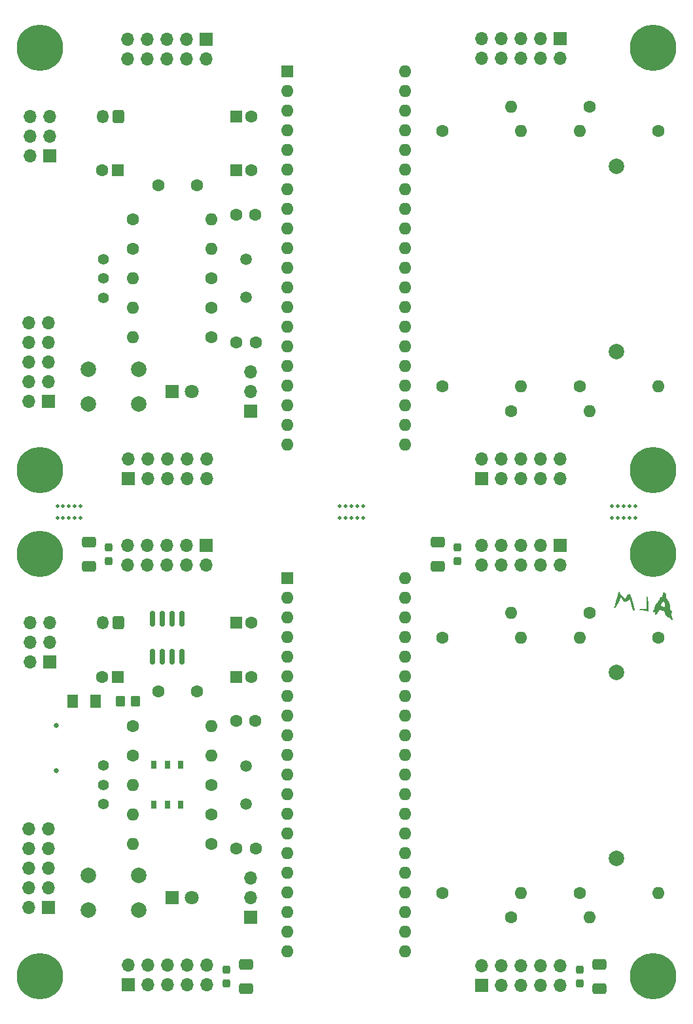
<source format=gbr>
%TF.GenerationSoftware,KiCad,Pcbnew,(6.0.4)*%
%TF.CreationDate,2023-01-10T10:28:08+00:00*%
%TF.ProjectId,il-flatto,696c2d66-6c61-4747-946f-2e6b69636164,rev?*%
%TF.SameCoordinates,Original*%
%TF.FileFunction,Soldermask,Bot*%
%TF.FilePolarity,Negative*%
%FSLAX46Y46*%
G04 Gerber Fmt 4.6, Leading zero omitted, Abs format (unit mm)*
G04 Created by KiCad (PCBNEW (6.0.4)) date 2023-01-10 10:28:08*
%MOMM*%
%LPD*%
G01*
G04 APERTURE LIST*
G04 Aperture macros list*
%AMRoundRect*
0 Rectangle with rounded corners*
0 $1 Rounding radius*
0 $2 $3 $4 $5 $6 $7 $8 $9 X,Y pos of 4 corners*
0 Add a 4 corners polygon primitive as box body*
4,1,4,$2,$3,$4,$5,$6,$7,$8,$9,$2,$3,0*
0 Add four circle primitives for the rounded corners*
1,1,$1+$1,$2,$3*
1,1,$1+$1,$4,$5*
1,1,$1+$1,$6,$7*
1,1,$1+$1,$8,$9*
0 Add four rect primitives between the rounded corners*
20,1,$1+$1,$2,$3,$4,$5,0*
20,1,$1+$1,$4,$5,$6,$7,0*
20,1,$1+$1,$6,$7,$8,$9,0*
20,1,$1+$1,$8,$9,$2,$3,0*%
G04 Aperture macros list end*
%ADD10C,1.600000*%
%ADD11O,1.600000X1.600000*%
%ADD12C,6.000000*%
%ADD13R,1.600000X1.600000*%
%ADD14R,1.700000X1.700000*%
%ADD15O,1.700000X1.700000*%
%ADD16C,1.500000*%
%ADD17C,0.650000*%
%ADD18C,1.397000*%
%ADD19C,2.000000*%
%ADD20C,0.500000*%
%ADD21R,1.800000X1.800000*%
%ADD22C,1.800000*%
%ADD23RoundRect,0.312500X0.437500X0.562500X-0.437500X0.562500X-0.437500X-0.562500X0.437500X-0.562500X0*%
%ADD24O,1.500000X1.750000*%
%ADD25RoundRect,0.237500X-0.237500X0.300000X-0.237500X-0.300000X0.237500X-0.300000X0.237500X0.300000X0*%
%ADD26R,0.762000X1.117600*%
%ADD27RoundRect,0.250001X-0.462499X-0.624999X0.462499X-0.624999X0.462499X0.624999X-0.462499X0.624999X0*%
%ADD28RoundRect,0.237500X0.237500X-0.300000X0.237500X0.300000X-0.237500X0.300000X-0.237500X-0.300000X0*%
%ADD29RoundRect,0.250000X0.650000X-0.412500X0.650000X0.412500X-0.650000X0.412500X-0.650000X-0.412500X0*%
%ADD30RoundRect,0.250000X-0.650000X0.412500X-0.650000X-0.412500X0.650000X-0.412500X0.650000X0.412500X0*%
%ADD31RoundRect,0.250000X0.350000X0.450000X-0.350000X0.450000X-0.350000X-0.450000X0.350000X-0.450000X0*%
%ADD32RoundRect,0.150000X0.150000X-0.825000X0.150000X0.825000X-0.150000X0.825000X-0.150000X-0.825000X0*%
G04 APERTURE END LIST*
%TO.C,G\u002A\u002A\u002A*%
G36*
X244796257Y-106510761D02*
G01*
X244796805Y-106581884D01*
X244796742Y-106674333D01*
X244796710Y-106703076D01*
X244796997Y-106783942D01*
X244797793Y-106855580D01*
X244799019Y-106913858D01*
X244800597Y-106954643D01*
X244802448Y-106973800D01*
X244812041Y-106991556D01*
X244824073Y-106995255D01*
X244829355Y-106980241D01*
X244829320Y-106979028D01*
X244829693Y-106954220D01*
X244831196Y-106919059D01*
X244831232Y-106918396D01*
X244833857Y-106890281D01*
X244839460Y-106884377D01*
X244851239Y-106897193D01*
X244868675Y-106929613D01*
X244878587Y-106970092D01*
X244877795Y-107006603D01*
X244865319Y-107029914D01*
X244863226Y-107031482D01*
X244852439Y-107045191D01*
X244864360Y-107053740D01*
X244900437Y-107058300D01*
X244924678Y-107056074D01*
X244935858Y-107042038D01*
X244936838Y-107034300D01*
X244948349Y-107015902D01*
X244948921Y-107015576D01*
X244962392Y-107020660D01*
X244976141Y-107045283D01*
X244988288Y-107083585D01*
X244996954Y-107129708D01*
X245000260Y-107177790D01*
X245000007Y-107198939D01*
X244996020Y-107238302D01*
X244984405Y-107267365D01*
X244961619Y-107297061D01*
X244949555Y-107311700D01*
X244928702Y-107350030D01*
X244922978Y-107394958D01*
X244923200Y-107404931D01*
X244927959Y-107445408D01*
X244936969Y-107474988D01*
X244943179Y-107495492D01*
X244948519Y-107535641D01*
X244950330Y-107583161D01*
X244951521Y-107622935D01*
X244955763Y-107656914D01*
X244962100Y-107672855D01*
X244970535Y-107687850D01*
X244974499Y-107716927D01*
X244979642Y-107751499D01*
X244993740Y-107790229D01*
X245007304Y-107829521D01*
X245013061Y-107872896D01*
X245014688Y-107894060D01*
X245027758Y-107927182D01*
X245058272Y-107962414D01*
X245063988Y-107968092D01*
X245091311Y-108002880D01*
X245096348Y-108028387D01*
X245095644Y-108042568D01*
X245111673Y-108063140D01*
X245117452Y-108066623D01*
X245126792Y-108077642D01*
X245126076Y-108096655D01*
X245115785Y-108131718D01*
X245110445Y-108147187D01*
X245096316Y-108181611D01*
X245084690Y-108201923D01*
X245077895Y-108206922D01*
X245046351Y-108209512D01*
X244997247Y-108195924D01*
X244932114Y-108166511D01*
X244916823Y-108161494D01*
X244893473Y-108163639D01*
X244887034Y-108166676D01*
X244887393Y-108162093D01*
X244888544Y-108158408D01*
X244880154Y-108139826D01*
X244858412Y-108114835D01*
X244849822Y-108106342D01*
X244828480Y-108082040D01*
X244819935Y-108066846D01*
X244819868Y-108066214D01*
X244811202Y-108049655D01*
X244790829Y-108019595D01*
X244762809Y-107982059D01*
X244726059Y-107940045D01*
X244687420Y-107904661D01*
X244651718Y-107879482D01*
X244623480Y-107867695D01*
X244607232Y-107872490D01*
X244591300Y-107883069D01*
X244558088Y-107882037D01*
X244515500Y-107865929D01*
X244515273Y-107865812D01*
X244483522Y-107854215D01*
X244458837Y-107853037D01*
X244438688Y-107847674D01*
X244416247Y-107820670D01*
X244413750Y-107816546D01*
X244395809Y-107792046D01*
X244382740Y-107782041D01*
X244380594Y-107781798D01*
X244358951Y-107768930D01*
X244326714Y-107739293D01*
X244287323Y-107696778D01*
X244244220Y-107645276D01*
X244200845Y-107588677D01*
X244160639Y-107530874D01*
X244137209Y-107494944D01*
X244108633Y-107449066D01*
X244090510Y-107414693D01*
X244080328Y-107385724D01*
X244075579Y-107356053D01*
X244073751Y-107319576D01*
X244073005Y-107302399D01*
X244062995Y-107235757D01*
X244039929Y-107177995D01*
X244029194Y-107156404D01*
X244014314Y-107119918D01*
X244008475Y-107095275D01*
X244007725Y-107089835D01*
X243994773Y-107063371D01*
X243970825Y-107033991D01*
X243957196Y-107020963D01*
X243937945Y-107007378D01*
X243914423Y-106999933D01*
X243879469Y-106996748D01*
X243825921Y-106995943D01*
X243758698Y-106993963D01*
X243685441Y-106989149D01*
X243622065Y-106982544D01*
X243567389Y-106975889D01*
X243500571Y-106969079D01*
X243443581Y-106964555D01*
X243424722Y-106963441D01*
X243386770Y-106962847D01*
X243361510Y-106968631D01*
X243339401Y-106984304D01*
X243310900Y-107013375D01*
X243293113Y-107033599D01*
X243257304Y-107081027D01*
X243229562Y-107125953D01*
X243218439Y-107146133D01*
X243196413Y-107180546D01*
X243178791Y-107201516D01*
X243175094Y-107205175D01*
X243158538Y-107232270D01*
X243144906Y-107269008D01*
X243142551Y-107277056D01*
X243126997Y-107315074D01*
X243109393Y-107342002D01*
X243101817Y-107350364D01*
X243077865Y-107380399D01*
X243051868Y-107416428D01*
X243041165Y-107431458D01*
X242987803Y-107491291D01*
X242931143Y-107533056D01*
X242874827Y-107554575D01*
X242822497Y-107553669D01*
X242798428Y-107537759D01*
X242780162Y-107501656D01*
X242772377Y-107451594D01*
X242775831Y-107392982D01*
X242791284Y-107331229D01*
X242793706Y-107324333D01*
X242806108Y-107286222D01*
X242808214Y-107270158D01*
X242799438Y-107274515D01*
X242779194Y-107297668D01*
X242752070Y-107322858D01*
X242728136Y-107327053D01*
X242711227Y-107314940D01*
X242710980Y-107297045D01*
X242732723Y-107283597D01*
X242735004Y-107282920D01*
X242758077Y-107268594D01*
X242777849Y-107246125D01*
X242788689Y-107223559D01*
X242784967Y-107208942D01*
X242772073Y-107207117D01*
X242746691Y-107215045D01*
X242733654Y-107218665D01*
X242696266Y-107217035D01*
X242648629Y-107206263D01*
X242598790Y-107188425D01*
X242554798Y-107165593D01*
X242554654Y-107165500D01*
X242535602Y-107149355D01*
X242529027Y-107128129D01*
X242531828Y-107091870D01*
X242539501Y-107052039D01*
X242562713Y-106989328D01*
X242601789Y-106926110D01*
X242660026Y-106856329D01*
X242680871Y-106833114D01*
X242711909Y-106794447D01*
X242727029Y-106766976D01*
X242728648Y-106746846D01*
X242728362Y-106725305D01*
X242740417Y-106694553D01*
X242746965Y-106685077D01*
X242751382Y-106666425D01*
X242736841Y-106645343D01*
X242730236Y-106636996D01*
X242717676Y-106600863D01*
X242723546Y-106554269D01*
X242748337Y-106495248D01*
X242792540Y-106421836D01*
X242820141Y-106379737D01*
X242847372Y-106335599D01*
X242859934Y-106310506D01*
X242858266Y-106303516D01*
X242842806Y-106313684D01*
X242841985Y-106314362D01*
X242827148Y-106323021D01*
X242823485Y-106311919D01*
X242829596Y-106298746D01*
X242832561Y-106295718D01*
X243576761Y-106295718D01*
X243582239Y-106322139D01*
X243601881Y-106348604D01*
X243604832Y-106351888D01*
X243624220Y-106381636D01*
X243628036Y-106405324D01*
X243628834Y-106418998D01*
X243645437Y-106428287D01*
X243682861Y-106435640D01*
X243699101Y-106438389D01*
X243745920Y-106449390D01*
X243783069Y-106462081D01*
X243814620Y-106472543D01*
X243862010Y-106483799D01*
X243914340Y-106493168D01*
X243916942Y-106493554D01*
X243971876Y-106501455D01*
X244006306Y-106505418D01*
X244024999Y-106505476D01*
X244032721Y-106501661D01*
X244034236Y-106494008D01*
X244042329Y-106476873D01*
X244062194Y-106453169D01*
X244076176Y-106437615D01*
X244083530Y-106420136D01*
X244082467Y-106394916D01*
X244074004Y-106353347D01*
X244067815Y-106317484D01*
X244060891Y-106259667D01*
X244054900Y-106191738D01*
X244050682Y-106122021D01*
X244049106Y-106088345D01*
X244045769Y-106031726D01*
X244041873Y-105994523D01*
X244036576Y-105972395D01*
X244029031Y-105960999D01*
X244018395Y-105955993D01*
X244000626Y-105944704D01*
X243999170Y-105918620D01*
X243996814Y-105890468D01*
X243972829Y-105862464D01*
X243935801Y-105841360D01*
X243902862Y-105841018D01*
X243879137Y-105863871D01*
X243866104Y-105879276D01*
X243846957Y-105883778D01*
X243845373Y-105883299D01*
X243825203Y-105889728D01*
X243802620Y-105911331D01*
X243784227Y-105940171D01*
X243776629Y-105968309D01*
X243765654Y-105990846D01*
X243730323Y-106012338D01*
X243702005Y-106026266D01*
X243690071Y-106041497D01*
X243692197Y-106064273D01*
X243693569Y-106070224D01*
X243692643Y-106093041D01*
X243674101Y-106103732D01*
X243658856Y-106112087D01*
X243647826Y-106135117D01*
X243646990Y-106142150D01*
X243636390Y-106172384D01*
X243617507Y-106207677D01*
X243611069Y-106217990D01*
X243586140Y-106263087D01*
X243576761Y-106295718D01*
X242832561Y-106295718D01*
X242848505Y-106279435D01*
X242870765Y-106264159D01*
X242886549Y-106260872D01*
X242886723Y-106260922D01*
X242894267Y-106250363D01*
X242908569Y-106222553D01*
X242926838Y-106183734D01*
X242946287Y-106140148D01*
X242964126Y-106098035D01*
X242977565Y-106063637D01*
X242983817Y-106043197D01*
X242985101Y-106039226D01*
X243001897Y-106019186D01*
X243030970Y-105998116D01*
X243062374Y-105979015D01*
X243114003Y-105942565D01*
X243146855Y-105911314D01*
X243158373Y-105887483D01*
X243159297Y-105882491D01*
X243174790Y-105860781D01*
X243203338Y-105838887D01*
X243235206Y-105815245D01*
X243262924Y-105786186D01*
X243282207Y-105757548D01*
X243289377Y-105734815D01*
X243280756Y-105723468D01*
X243276783Y-105722536D01*
X243268116Y-105715950D01*
X243279837Y-105700928D01*
X243298482Y-105685863D01*
X243309079Y-105684350D01*
X243304785Y-105698648D01*
X243303814Y-105700286D01*
X243301245Y-105708287D01*
X243314915Y-105698722D01*
X243329517Y-105679492D01*
X243349707Y-105640262D01*
X243371697Y-105588631D01*
X243393047Y-105531202D01*
X243411317Y-105474583D01*
X243424068Y-105425376D01*
X243428860Y-105390190D01*
X243431933Y-105373346D01*
X243448181Y-105347659D01*
X243458414Y-105336455D01*
X243467501Y-105313881D01*
X243467710Y-105311596D01*
X243481786Y-105299915D01*
X243519023Y-105296138D01*
X243530572Y-105295810D01*
X243559117Y-105291323D01*
X243570544Y-105283258D01*
X243575766Y-105275617D01*
X243597151Y-105270377D01*
X243618619Y-105268012D01*
X243663509Y-105249332D01*
X243699820Y-105217405D01*
X243718960Y-105178696D01*
X243723777Y-105160967D01*
X243733196Y-105143052D01*
X243736867Y-105142723D01*
X243734004Y-105157675D01*
X243730600Y-105170272D01*
X243732410Y-105180215D01*
X243735712Y-105178344D01*
X243747371Y-105159840D01*
X243761244Y-105128448D01*
X243774116Y-105092745D01*
X243782768Y-105061307D01*
X243783984Y-105042712D01*
X243783318Y-105033984D01*
X243797222Y-105025651D01*
X243810512Y-105019352D01*
X243807962Y-104996671D01*
X243800700Y-104977449D01*
X243790993Y-104961250D01*
X243786160Y-104953721D01*
X243781731Y-104923558D01*
X243783610Y-104879197D01*
X243790708Y-104827549D01*
X243801939Y-104775520D01*
X243816214Y-104730020D01*
X243832446Y-104697957D01*
X243837861Y-104692250D01*
X243866040Y-104677012D01*
X243904951Y-104666196D01*
X243945932Y-104661089D01*
X243980321Y-104662977D01*
X243999455Y-104673147D01*
X244014136Y-104684560D01*
X244043147Y-104690763D01*
X244052090Y-104692016D01*
X244087058Y-104708098D01*
X244134336Y-104740929D01*
X244190881Y-104788238D01*
X244253649Y-104847756D01*
X244292666Y-104886774D01*
X244283227Y-105030274D01*
X244280294Y-105076482D01*
X244275576Y-105169184D01*
X244274421Y-105242089D01*
X244277399Y-105299282D01*
X244285079Y-105344848D01*
X244298027Y-105382873D01*
X244316815Y-105417442D01*
X244342008Y-105452641D01*
X244380482Y-105504932D01*
X244431234Y-105582733D01*
X244470135Y-105653567D01*
X244487275Y-105673770D01*
X244516529Y-105693541D01*
X244520822Y-105695886D01*
X244550917Y-105723807D01*
X244575901Y-105764834D01*
X244582890Y-105780147D01*
X244598716Y-105811518D01*
X244609559Y-105828527D01*
X244611986Y-105831799D01*
X244622980Y-105857341D01*
X244636807Y-105900655D01*
X244651735Y-105955951D01*
X244666035Y-106017436D01*
X244670099Y-106033827D01*
X244682657Y-106068515D01*
X244695654Y-106088278D01*
X244699084Y-106091646D01*
X244712333Y-106116730D01*
X244722501Y-106152680D01*
X244722935Y-106154933D01*
X244732487Y-106194354D01*
X244747441Y-106246530D01*
X244764757Y-106300803D01*
X244771077Y-106319831D01*
X244780371Y-106350839D01*
X244787156Y-106381002D01*
X244791812Y-106414754D01*
X244792187Y-106420136D01*
X244794719Y-106456529D01*
X244796257Y-106510761D01*
G37*
G36*
X238321812Y-105463582D02*
G01*
X238328119Y-105465036D01*
X238339271Y-105480709D01*
X238339777Y-105503696D01*
X238328252Y-105521544D01*
X238320330Y-105520793D01*
X238315371Y-105502983D01*
X238315185Y-105495606D01*
X238310287Y-105477483D01*
X238300021Y-105481799D01*
X238286101Y-105506748D01*
X238270242Y-105550525D01*
X238258616Y-105583189D01*
X238240125Y-105622997D01*
X238223112Y-105647895D01*
X238220848Y-105650132D01*
X238205902Y-105673372D01*
X238212302Y-105686878D01*
X238238294Y-105686227D01*
X238255252Y-105686437D01*
X238257251Y-105698632D01*
X238244066Y-105718231D01*
X238217687Y-105740034D01*
X238196501Y-105759521D01*
X238186568Y-105781247D01*
X238182928Y-105795462D01*
X238165044Y-105817810D01*
X238152709Y-105829441D01*
X238140563Y-105851430D01*
X238133557Y-105876134D01*
X238112778Y-105922345D01*
X238083471Y-105972355D01*
X238057881Y-106012715D01*
X238038923Y-106048310D01*
X238033967Y-106069278D01*
X238041816Y-106078668D01*
X238043007Y-106079100D01*
X238056242Y-106093467D01*
X238054785Y-106111570D01*
X238039389Y-106120479D01*
X238028929Y-106117091D01*
X238015681Y-106097938D01*
X238011778Y-106091242D01*
X238001224Y-106100361D01*
X237984356Y-106133359D01*
X237976694Y-106149934D01*
X237957607Y-106186656D01*
X237933448Y-106226260D01*
X237900568Y-106274508D01*
X237855317Y-106337166D01*
X237849511Y-106345499D01*
X237819387Y-106402892D01*
X237799570Y-106464641D01*
X237796087Y-106479655D01*
X237778049Y-106530152D01*
X237755363Y-106563521D01*
X237737968Y-106579561D01*
X237687675Y-106624674D01*
X237650309Y-106654290D01*
X237621529Y-106670290D01*
X237596995Y-106674555D01*
X237572366Y-106668965D01*
X237543302Y-106655400D01*
X237524481Y-106643360D01*
X237508543Y-106620166D01*
X237501134Y-106581338D01*
X237499845Y-106565036D01*
X237502042Y-106533915D01*
X237514706Y-106505320D01*
X237541605Y-106468775D01*
X237560748Y-106445242D01*
X237588814Y-106411907D01*
X237608518Y-106389929D01*
X237611325Y-106386594D01*
X237622980Y-106359524D01*
X237632277Y-106311958D01*
X237639767Y-106241278D01*
X237642422Y-106206726D01*
X237645732Y-106155314D01*
X237647408Y-106116640D01*
X237647120Y-106097162D01*
X237647737Y-106078837D01*
X237657844Y-106037140D01*
X237677253Y-105981778D01*
X237704273Y-105918048D01*
X237714238Y-105893501D01*
X237731808Y-105835423D01*
X237741768Y-105781293D01*
X237741885Y-105780108D01*
X237750843Y-105725376D01*
X237765198Y-105674163D01*
X237782417Y-105633853D01*
X237799963Y-105611827D01*
X237808531Y-105598224D01*
X237813039Y-105569999D01*
X237817225Y-105532184D01*
X237836643Y-105464969D01*
X238096406Y-105464969D01*
X238099082Y-105482502D01*
X238112729Y-105495611D01*
X238132985Y-105486253D01*
X238141931Y-105474882D01*
X238146405Y-105450425D01*
X238129866Y-105433647D01*
X238122164Y-105431338D01*
X238102804Y-105437068D01*
X238096406Y-105464969D01*
X237836643Y-105464969D01*
X237836815Y-105464374D01*
X237872650Y-105377589D01*
X237882458Y-105354353D01*
X237902796Y-105296391D01*
X237917295Y-105242345D01*
X237923375Y-105216709D01*
X237936568Y-105174259D01*
X237949577Y-105145226D01*
X237950710Y-105143294D01*
X237961563Y-105114443D01*
X237972838Y-105069834D01*
X237982266Y-105018276D01*
X237988481Y-104972406D01*
X237990793Y-104938051D01*
X237987698Y-104918562D01*
X237979032Y-104908362D01*
X237968927Y-104898821D01*
X237976242Y-104887059D01*
X237988660Y-104871299D01*
X238000209Y-104841856D01*
X238009268Y-104816002D01*
X238020551Y-104799364D01*
X238026865Y-104791216D01*
X238032004Y-104766834D01*
X238035548Y-104747348D01*
X238046741Y-104712578D01*
X238062939Y-104670568D01*
X238081414Y-104627620D01*
X238099436Y-104590036D01*
X238114279Y-104564117D01*
X238123212Y-104556166D01*
X238128748Y-104556405D01*
X238139733Y-104542565D01*
X238145333Y-104533736D01*
X238166843Y-104523319D01*
X238175596Y-104525400D01*
X238185354Y-104543078D01*
X238186108Y-104581740D01*
X238186211Y-104584292D01*
X238198353Y-104602440D01*
X238221591Y-104616479D01*
X238243573Y-104618506D01*
X238256444Y-104616968D01*
X238263850Y-104632184D01*
X238261644Y-104642629D01*
X238249906Y-104645024D01*
X238247853Y-104644137D01*
X238246486Y-104652365D01*
X238256346Y-104675825D01*
X238257053Y-104677205D01*
X238271099Y-104711190D01*
X238277140Y-104738424D01*
X238277245Y-104740790D01*
X238286559Y-104770393D01*
X238305492Y-104795861D01*
X238326452Y-104806686D01*
X238336169Y-104814902D01*
X238341132Y-104839291D01*
X238345613Y-104862114D01*
X238359861Y-104879083D01*
X238367259Y-104884338D01*
X238386304Y-104908274D01*
X238406091Y-104943080D01*
X238411294Y-104953317D01*
X238435037Y-104987736D01*
X238456834Y-104999891D01*
X238463079Y-105000948D01*
X238490610Y-105016427D01*
X238526701Y-105046560D01*
X238566669Y-105086447D01*
X238605830Y-105131189D01*
X238639503Y-105175886D01*
X238663005Y-105215636D01*
X238678328Y-105244617D01*
X238697558Y-105272486D01*
X238711647Y-105283258D01*
X238712546Y-105283336D01*
X238730771Y-105293281D01*
X238760424Y-105316636D01*
X238795549Y-105348750D01*
X238800155Y-105353226D01*
X238832393Y-105383963D01*
X238855950Y-105405407D01*
X238866005Y-105413151D01*
X238869246Y-105412215D01*
X238886501Y-105413522D01*
X238889058Y-105424114D01*
X238889294Y-105426863D01*
X238903157Y-105427742D01*
X238927389Y-105423388D01*
X238952394Y-105415848D01*
X238968576Y-105407166D01*
X238971775Y-105402861D01*
X238986097Y-105380552D01*
X239008456Y-105344237D01*
X239035787Y-105299057D01*
X239065025Y-105250155D01*
X239093101Y-105202671D01*
X239116952Y-105161749D01*
X239133511Y-105132529D01*
X239139712Y-105120154D01*
X239138887Y-105118605D01*
X239126832Y-105122254D01*
X239121761Y-105124168D01*
X239113952Y-105115196D01*
X239116566Y-105108591D01*
X239132798Y-105107409D01*
X239136779Y-105108666D01*
X239147309Y-105107977D01*
X239160168Y-105098870D01*
X239178360Y-105078099D01*
X239204888Y-105042420D01*
X239242755Y-104988588D01*
X239265196Y-104959495D01*
X239290757Y-104933472D01*
X239308799Y-104923212D01*
X239320092Y-104920981D01*
X239344036Y-104905411D01*
X239362979Y-104889425D01*
X239406694Y-104871245D01*
X239457543Y-104864117D01*
X239504711Y-104870398D01*
X239512031Y-104873174D01*
X239555503Y-104902366D01*
X239598973Y-104950007D01*
X239638486Y-105010234D01*
X239670091Y-105077185D01*
X239689834Y-105144997D01*
X239691093Y-105150923D01*
X239702335Y-105186184D01*
X239718483Y-105223104D01*
X239735321Y-105252940D01*
X239748634Y-105266950D01*
X239764378Y-105274990D01*
X239790530Y-105291119D01*
X239795072Y-105294186D01*
X239813131Y-105312362D01*
X239809336Y-105328523D01*
X239806348Y-105333197D01*
X239802698Y-105360650D01*
X239810400Y-105407396D01*
X239815108Y-105428785D01*
X239826238Y-105485847D01*
X239835452Y-105540864D01*
X239841073Y-105575537D01*
X239859654Y-105658832D01*
X239887566Y-105746949D01*
X239894143Y-105765524D01*
X239909714Y-105808757D01*
X239921664Y-105839768D01*
X239933624Y-105867654D01*
X239949223Y-105901513D01*
X239957640Y-105921865D01*
X239974445Y-105976334D01*
X239985109Y-106030070D01*
X239989777Y-106058280D01*
X239999966Y-106095987D01*
X240011188Y-106117933D01*
X240022324Y-106137168D01*
X240028594Y-106169700D01*
X240029679Y-106184115D01*
X240036851Y-106224114D01*
X240048492Y-106268603D01*
X240053747Y-106288086D01*
X240063471Y-106342319D01*
X240066529Y-106390966D01*
X240066096Y-106405983D01*
X240065664Y-106443793D01*
X240067981Y-106461632D01*
X240074436Y-106463992D01*
X240086416Y-106455367D01*
X240090176Y-106452346D01*
X240102776Y-106447729D01*
X240105737Y-106465597D01*
X240102864Y-106481691D01*
X240089636Y-106498395D01*
X240081868Y-106503470D01*
X240087033Y-106515568D01*
X240088252Y-106516700D01*
X240097891Y-106538007D01*
X240103405Y-106571290D01*
X240103675Y-106574716D01*
X240111585Y-106608798D01*
X240125329Y-106630672D01*
X240137624Y-106647984D01*
X240144378Y-106678973D01*
X240147767Y-106701898D01*
X240157258Y-106712974D01*
X240160337Y-106713348D01*
X240170138Y-106725854D01*
X240168814Y-106730691D01*
X240154038Y-106735514D01*
X240151201Y-106735495D01*
X240143091Y-106747638D01*
X240142193Y-106772889D01*
X240147920Y-106801914D01*
X240159686Y-106825382D01*
X240167586Y-106849385D01*
X240163575Y-106888105D01*
X240148134Y-106931220D01*
X240123400Y-106970201D01*
X240116998Y-106977729D01*
X240095961Y-106998606D01*
X240075550Y-107006224D01*
X240047647Y-107001657D01*
X240004136Y-106985980D01*
X239947617Y-106964140D01*
X239918431Y-106845247D01*
X239913471Y-106824409D01*
X239899907Y-106760938D01*
X239889064Y-106701046D01*
X239882931Y-106655382D01*
X239868587Y-106584713D01*
X239838330Y-106510406D01*
X239797604Y-106448927D01*
X239782140Y-106424592D01*
X239761319Y-106370755D01*
X239742139Y-106296737D01*
X239725399Y-106205788D01*
X239711902Y-106101158D01*
X239708909Y-106078783D01*
X239701272Y-106043679D01*
X239692908Y-106024520D01*
X239686860Y-106015355D01*
X239680686Y-105988695D01*
X239678101Y-105975365D01*
X239663307Y-105958438D01*
X239651048Y-105943558D01*
X239644871Y-105914567D01*
X239640792Y-105884100D01*
X239629694Y-105850982D01*
X239626621Y-105844572D01*
X239614499Y-105810612D01*
X239603752Y-105769674D01*
X239594565Y-105727581D01*
X239580606Y-105668066D01*
X239568876Y-105627042D01*
X239557758Y-105600096D01*
X239545637Y-105582815D01*
X239530896Y-105570789D01*
X239526341Y-105567891D01*
X239497513Y-105557031D01*
X239467633Y-105564522D01*
X239446377Y-105577406D01*
X239435960Y-105591246D01*
X239435955Y-105591392D01*
X239426924Y-105606280D01*
X239403862Y-105633549D01*
X239371616Y-105668263D01*
X239335033Y-105705490D01*
X239298958Y-105740294D01*
X239268237Y-105767743D01*
X239247717Y-105782902D01*
X239230282Y-105789231D01*
X239192074Y-105798047D01*
X239146152Y-105805234D01*
X239111256Y-105809603D01*
X239070129Y-105815128D01*
X239044344Y-105819060D01*
X238974449Y-105829069D01*
X238898600Y-105833632D01*
X238834533Y-105830596D01*
X238788658Y-105819939D01*
X238778041Y-105815202D01*
X238751182Y-105799711D01*
X238740422Y-105787508D01*
X238740385Y-105786957D01*
X238728453Y-105774488D01*
X238701611Y-105761701D01*
X238672028Y-105745367D01*
X238655307Y-105725020D01*
X238648348Y-105704230D01*
X238621036Y-105632920D01*
X238592227Y-105571076D01*
X238565470Y-105526537D01*
X238559849Y-105518538D01*
X238541669Y-105486009D01*
X238534337Y-105461191D01*
X238530412Y-105446629D01*
X238514037Y-105415288D01*
X238489256Y-105378985D01*
X238470636Y-105352945D01*
X238451566Y-105321302D01*
X238444175Y-105301592D01*
X238439484Y-105291000D01*
X238418818Y-105283258D01*
X238403945Y-105286283D01*
X238400239Y-105300918D01*
X238401278Y-105306304D01*
X238393152Y-105329519D01*
X238373117Y-105351068D01*
X238349872Y-105360640D01*
X238339298Y-105366442D01*
X238322522Y-105388908D01*
X238308417Y-105419044D01*
X238302491Y-105446830D01*
X238303517Y-105450425D01*
X238304707Y-105454596D01*
X238321812Y-105463582D01*
G37*
G36*
X241805500Y-105181958D02*
G01*
X241833257Y-105203092D01*
X241844580Y-105229167D01*
X241850206Y-105252357D01*
X241866220Y-105282660D01*
X241878762Y-105301381D01*
X241880132Y-105309233D01*
X241866220Y-105305250D01*
X241850239Y-105304069D01*
X241844580Y-105322303D01*
X241847215Y-105336904D01*
X241858923Y-105347659D01*
X241862160Y-105348526D01*
X241867827Y-105365914D01*
X241864454Y-105406425D01*
X241863391Y-105414168D01*
X241861971Y-105456639D01*
X241869495Y-105481884D01*
X241871404Y-105485108D01*
X241878210Y-105510924D01*
X241883893Y-105553154D01*
X241887380Y-105604453D01*
X241890969Y-105658499D01*
X241898015Y-105701191D01*
X241907790Y-105720452D01*
X241918052Y-105738285D01*
X241920155Y-105768857D01*
X241923465Y-105804074D01*
X241939003Y-105842033D01*
X241952138Y-105869901D01*
X241953366Y-105903709D01*
X241950640Y-105921439D01*
X241956651Y-105938542D01*
X241980979Y-105961386D01*
X241999362Y-106006595D01*
X241996724Y-106066126D01*
X241994845Y-106082261D01*
X241992561Y-106125193D01*
X241990860Y-106187977D01*
X241989786Y-106267110D01*
X241989378Y-106359088D01*
X241989680Y-106460407D01*
X241990734Y-106567563D01*
X241990798Y-106572390D01*
X241992313Y-106689590D01*
X241993340Y-106783857D01*
X241993754Y-106857916D01*
X241993429Y-106914493D01*
X241992238Y-106956311D01*
X241990055Y-106986095D01*
X241986753Y-107006570D01*
X241982208Y-107020460D01*
X241976291Y-107030491D01*
X241968878Y-107039386D01*
X241939784Y-107065796D01*
X241902738Y-107090138D01*
X241878959Y-107100795D01*
X241857101Y-107101852D01*
X241831841Y-107088447D01*
X241793216Y-107063383D01*
X241760138Y-107042994D01*
X241732839Y-107028081D01*
X241702897Y-107013764D01*
X241665019Y-107000665D01*
X241609146Y-106989861D01*
X241550906Y-106985261D01*
X241499243Y-106987484D01*
X241463102Y-106997148D01*
X241437204Y-107007005D01*
X241421912Y-107000367D01*
X241417164Y-106996458D01*
X241391995Y-106989281D01*
X241355128Y-106986582D01*
X241328036Y-106986462D01*
X241278039Y-106985866D01*
X241212442Y-106984862D01*
X241136609Y-106983533D01*
X241055902Y-106981960D01*
X241016802Y-106981151D01*
X240942355Y-106979389D01*
X240888285Y-106977376D01*
X240850829Y-106974591D01*
X240826222Y-106970509D01*
X240810700Y-106964608D01*
X240800499Y-106956363D01*
X240791855Y-106945253D01*
X240777278Y-106923896D01*
X240762253Y-106892707D01*
X240764270Y-106869288D01*
X240782675Y-106846621D01*
X240794337Y-106837373D01*
X240820836Y-106825243D01*
X240860382Y-106816992D01*
X240919328Y-106810961D01*
X240926602Y-106810394D01*
X240987459Y-106805390D01*
X241046218Y-106800173D01*
X241091081Y-106795785D01*
X241092772Y-106795612D01*
X241127484Y-106793308D01*
X241182345Y-106790999D01*
X241252145Y-106788848D01*
X241331676Y-106787016D01*
X241415728Y-106785666D01*
X241499798Y-106784611D01*
X241578348Y-106782717D01*
X241636621Y-106778605D01*
X241677591Y-106770666D01*
X241704227Y-106757292D01*
X241719502Y-106736876D01*
X241726386Y-106707809D01*
X241727851Y-106668483D01*
X241726869Y-106617290D01*
X241726152Y-106593717D01*
X241722950Y-106541338D01*
X241718239Y-106500008D01*
X241712758Y-106477085D01*
X241708190Y-106463272D01*
X241713117Y-106438444D01*
X241716289Y-106424434D01*
X241718636Y-106388323D01*
X241719723Y-106335288D01*
X241719675Y-106270026D01*
X241718616Y-106197234D01*
X241716670Y-106121607D01*
X241713961Y-106047842D01*
X241710613Y-105980636D01*
X241706751Y-105924685D01*
X241702498Y-105884686D01*
X241697978Y-105865334D01*
X241695082Y-105856110D01*
X241698126Y-105830965D01*
X241699610Y-105810145D01*
X241690270Y-105779625D01*
X241689587Y-105778308D01*
X241682884Y-105757085D01*
X241680410Y-105725221D01*
X241682094Y-105677780D01*
X241687867Y-105609829D01*
X241691826Y-105562599D01*
X241694375Y-105512210D01*
X241694211Y-105475998D01*
X241691209Y-105459670D01*
X241688266Y-105451218D01*
X241687929Y-105422579D01*
X241692907Y-105383280D01*
X241698544Y-105328063D01*
X241691015Y-105286746D01*
X241685868Y-105266098D01*
X241692474Y-105226864D01*
X241714921Y-105192421D01*
X241748306Y-105172542D01*
X241770632Y-105171249D01*
X241805500Y-105181958D01*
G37*
G36*
X238240505Y-104450118D02*
G01*
X238246466Y-104454755D01*
X238232723Y-104457900D01*
X238219659Y-104456989D01*
X238215817Y-104451135D01*
X238220374Y-104448583D01*
X238240505Y-104450118D01*
G37*
%TD*%
D10*
%TO.C,R1*%
X175260000Y-125730000D03*
D11*
X185420000Y-125730000D03*
%TD*%
D12*
%TO.C,REF\u002A\u002A*%
X242570000Y-99695000D03*
%TD*%
D13*
%TO.C,C6*%
X188595000Y-50070000D03*
D10*
X190595000Y-50070000D03*
%TD*%
D14*
%TO.C,SV1(A)1*%
X230540000Y-33065000D03*
D15*
X230540000Y-35605000D03*
X228000000Y-33065000D03*
X228000000Y-35605000D03*
X225460000Y-33065000D03*
X225460000Y-35605000D03*
X222920000Y-33065000D03*
X222920000Y-35605000D03*
X220380000Y-33065000D03*
X220380000Y-35605000D03*
%TD*%
D10*
%TO.C,R10*%
X224155000Y-146685000D03*
D11*
X234315000Y-146685000D03*
%TD*%
D13*
%TO.C,C4*%
X173310113Y-115570000D03*
D10*
X171310113Y-115570000D03*
%TD*%
D16*
%TO.C,Q1*%
X189865000Y-127090000D03*
X189865000Y-131970000D03*
%TD*%
D14*
%TO.C,SV3(C)1*%
X220375000Y-89935000D03*
D15*
X220375000Y-87395000D03*
X222915000Y-89935000D03*
X222915000Y-87395000D03*
X225455000Y-89935000D03*
X225455000Y-87395000D03*
X227995000Y-89935000D03*
X227995000Y-87395000D03*
X230535000Y-89935000D03*
X230535000Y-87395000D03*
%TD*%
D17*
%TO.C,X101*%
X165333700Y-127654800D03*
X165333700Y-121874800D03*
%TD*%
D10*
%TO.C,R4*%
X185420000Y-137160000D03*
D11*
X175260000Y-137160000D03*
%TD*%
D14*
%TO.C,J103*%
X164485000Y-113650000D03*
D15*
X161945000Y-113650000D03*
X164485000Y-111110000D03*
X161945000Y-111110000D03*
X164485000Y-108570000D03*
X161945000Y-108570000D03*
%TD*%
D13*
%TO.C,C5*%
X188595000Y-108585000D03*
D10*
X190595000Y-108585000D03*
%TD*%
%TO.C,R2*%
X185420000Y-129540000D03*
D11*
X175260000Y-129540000D03*
%TD*%
D10*
%TO.C,R4*%
X185420000Y-71660000D03*
D11*
X175260000Y-71660000D03*
%TD*%
D14*
%TO.C,JP3*%
X190500000Y-81170000D03*
D15*
X190500000Y-78630000D03*
X190500000Y-76090000D03*
%TD*%
D10*
%TO.C,R3*%
X185420000Y-133350000D03*
D11*
X175260000Y-133350000D03*
%TD*%
D13*
%TO.C,C6*%
X188595000Y-115570000D03*
D10*
X190595000Y-115570000D03*
%TD*%
D16*
%TO.C,Q1*%
X189865000Y-61590000D03*
X189865000Y-66470000D03*
%TD*%
D12*
%TO.C,*%
X242570000Y-88805000D03*
%TD*%
D10*
%TO.C,C3*%
X183515000Y-51975000D03*
X178515000Y-51975000D03*
%TD*%
D18*
%TO.C,S1*%
X171450000Y-66540000D03*
X171450000Y-64040000D03*
X171450000Y-61540000D03*
%TD*%
D12*
%TO.C,REF\u002A\u002A*%
X242570000Y-34195000D03*
%TD*%
D10*
%TO.C,R9*%
X243205000Y-44990000D03*
D11*
X233045000Y-44990000D03*
%TD*%
D12*
%TO.C,*%
X242570000Y-154305000D03*
%TD*%
D10*
%TO.C,R8*%
X233045000Y-78010000D03*
D11*
X243205000Y-78010000D03*
%TD*%
D13*
%TO.C,C4*%
X173310113Y-50070000D03*
D10*
X171310113Y-50070000D03*
%TD*%
D19*
%TO.C,X102*%
X237807172Y-139025000D03*
X237807172Y-115025000D03*
%TD*%
D14*
%TO.C,J5*%
X164325000Y-79915000D03*
D15*
X161785000Y-79915000D03*
X164325000Y-77375000D03*
X161785000Y-77375000D03*
X164325000Y-74835000D03*
X161785000Y-74835000D03*
X164325000Y-72295000D03*
X161785000Y-72295000D03*
X164325000Y-69755000D03*
X161785000Y-69755000D03*
%TD*%
D14*
%TO.C,SV1(A)1*%
X230540000Y-98565000D03*
D15*
X230540000Y-101105000D03*
X228000000Y-98565000D03*
X228000000Y-101105000D03*
X225460000Y-98565000D03*
X225460000Y-101105000D03*
X222920000Y-98565000D03*
X222920000Y-101105000D03*
X220380000Y-98565000D03*
X220380000Y-101105000D03*
%TD*%
D10*
%TO.C,R9*%
X243205000Y-110490000D03*
D11*
X233045000Y-110490000D03*
%TD*%
D10*
%TO.C,R2*%
X185420000Y-64040000D03*
D11*
X175260000Y-64040000D03*
%TD*%
D10*
%TO.C,R3*%
X185420000Y-67850000D03*
D11*
X175260000Y-67850000D03*
%TD*%
D12*
%TO.C,*%
X163195000Y-34195000D03*
%TD*%
D13*
%TO.C,IC1*%
X195240000Y-37300000D03*
D11*
X195240000Y-39840000D03*
X195240000Y-42380000D03*
X195240000Y-44920000D03*
X195240000Y-47460000D03*
X195240000Y-50000000D03*
X195240000Y-52540000D03*
X195240000Y-55080000D03*
X195240000Y-57620000D03*
X195240000Y-60160000D03*
X195240000Y-62700000D03*
X195240000Y-65240000D03*
X195240000Y-67780000D03*
X195240000Y-70320000D03*
X195240000Y-72860000D03*
X195240000Y-75400000D03*
X195240000Y-77940000D03*
X195240000Y-80480000D03*
X195240000Y-83020000D03*
X195240000Y-85560000D03*
X210480000Y-85560000D03*
X210480000Y-83020000D03*
X210480000Y-80480000D03*
X210480000Y-77940000D03*
X210480000Y-75400000D03*
X210480000Y-72860000D03*
X210480000Y-70320000D03*
X210480000Y-67780000D03*
X210480000Y-65240000D03*
X210480000Y-62700000D03*
X210480000Y-60160000D03*
X210480000Y-57620000D03*
X210480000Y-55080000D03*
X210480000Y-52540000D03*
X210480000Y-50000000D03*
X210480000Y-47460000D03*
X210480000Y-44920000D03*
X210480000Y-42380000D03*
X210480000Y-39840000D03*
X210480000Y-37300000D03*
%TD*%
D19*
%TO.C,X2*%
X237807172Y-49525000D03*
X237807172Y-73525000D03*
%TD*%
D10*
%TO.C,R5*%
X175260000Y-56420000D03*
D11*
X185420000Y-56420000D03*
%TD*%
D20*
%TO.C,mouse-bite-3mm-slot*%
X239512000Y-95000000D03*
X237988000Y-95000000D03*
X239512000Y-93500000D03*
X240274000Y-93500000D03*
X237988000Y-93500000D03*
X238738000Y-93500000D03*
X238738000Y-95000000D03*
X240274000Y-95000000D03*
X237238000Y-93500000D03*
X237238000Y-95000000D03*
%TD*%
D21*
%TO.C,D1*%
X180335000Y-78645000D03*
D22*
X182875000Y-78645000D03*
%TD*%
D10*
%TO.C,R1*%
X175260000Y-60230000D03*
D11*
X185420000Y-60230000D03*
%TD*%
D10*
%TO.C,R5*%
X175260000Y-121920000D03*
D11*
X185420000Y-121920000D03*
%TD*%
D10*
%TO.C,C3*%
X183515000Y-117475000D03*
X178515000Y-117475000D03*
%TD*%
%TO.C,R10*%
X224155000Y-81185000D03*
D11*
X234315000Y-81185000D03*
%TD*%
D23*
%TO.C,X3*%
X173355000Y-43085000D03*
D24*
X171355000Y-43085000D03*
%TD*%
D14*
%TO.C,JP103*%
X190500000Y-146670000D03*
D15*
X190500000Y-144130000D03*
X190500000Y-141590000D03*
%TD*%
D10*
%TO.C,R7*%
X215265000Y-110490000D03*
D11*
X225425000Y-110490000D03*
%TD*%
D20*
%TO.C,mouse-bite-3mm-slot*%
X202738000Y-95000000D03*
X203488000Y-93500000D03*
X203488000Y-95000000D03*
X204262000Y-93500000D03*
X201988000Y-95000000D03*
X205024000Y-93500000D03*
X202738000Y-93500000D03*
X205024000Y-95000000D03*
X201988000Y-93500000D03*
X204262000Y-95000000D03*
%TD*%
D10*
%TO.C,C1*%
X191135000Y-137795000D03*
X188635000Y-137795000D03*
%TD*%
D12*
%TO.C,*%
X163195000Y-99695000D03*
%TD*%
D14*
%TO.C,SV4(D)1*%
X174655000Y-89915000D03*
D15*
X174655000Y-87375000D03*
X177195000Y-89915000D03*
X177195000Y-87375000D03*
X179735000Y-89915000D03*
X179735000Y-87375000D03*
X182275000Y-89915000D03*
X182275000Y-87375000D03*
X184815000Y-89915000D03*
X184815000Y-87375000D03*
%TD*%
D10*
%TO.C,R8*%
X233045000Y-143510000D03*
D11*
X243205000Y-143510000D03*
%TD*%
D19*
%TO.C,S2*%
X175970000Y-80260000D03*
X169470000Y-80260000D03*
X169470000Y-75760000D03*
X175970000Y-75760000D03*
%TD*%
D14*
%TO.C,J3*%
X164485000Y-48150000D03*
D15*
X161945000Y-48150000D03*
X164485000Y-45610000D03*
X161945000Y-45610000D03*
X164485000Y-43070000D03*
X161945000Y-43070000D03*
%TD*%
D21*
%TO.C,D1*%
X180335000Y-144145000D03*
D22*
X182875000Y-144145000D03*
%TD*%
D12*
%TO.C,*%
X163195000Y-154305000D03*
%TD*%
D10*
%TO.C,R11*%
X215265000Y-78010000D03*
D11*
X225425000Y-78010000D03*
%TD*%
D14*
%TO.C,J105*%
X164325000Y-145415000D03*
D15*
X161785000Y-145415000D03*
X164325000Y-142875000D03*
X161785000Y-142875000D03*
X164325000Y-140335000D03*
X161785000Y-140335000D03*
X164325000Y-137795000D03*
X161785000Y-137795000D03*
X164325000Y-135255000D03*
X161785000Y-135255000D03*
%TD*%
D10*
%TO.C,R6*%
X234315000Y-41815000D03*
D11*
X224155000Y-41815000D03*
%TD*%
D23*
%TO.C,X103*%
X173355000Y-108585000D03*
D24*
X171355000Y-108585000D03*
%TD*%
D14*
%TO.C,SV3(C)1*%
X220375000Y-155435000D03*
D15*
X220375000Y-152895000D03*
X222915000Y-155435000D03*
X222915000Y-152895000D03*
X225455000Y-155435000D03*
X225455000Y-152895000D03*
X227995000Y-155435000D03*
X227995000Y-152895000D03*
X230535000Y-155435000D03*
X230535000Y-152895000D03*
%TD*%
D12*
%TO.C,*%
X163195000Y-88805000D03*
%TD*%
D10*
%TO.C,C2*%
X191115000Y-121285000D03*
X188615000Y-121285000D03*
%TD*%
D14*
%TO.C,SV2(B)1*%
X184755000Y-98585000D03*
D15*
X184755000Y-101125000D03*
X182215000Y-98585000D03*
X182215000Y-101125000D03*
X179675000Y-98585000D03*
X179675000Y-101125000D03*
X177135000Y-98585000D03*
X177135000Y-101125000D03*
X174595000Y-98585000D03*
X174595000Y-101125000D03*
%TD*%
D20*
%TO.C,mouse-bite-3mm-slot*%
X168512000Y-95000000D03*
X166976000Y-93500000D03*
X167750000Y-93500000D03*
X165476000Y-95000000D03*
X168512000Y-93500000D03*
X165476000Y-93500000D03*
X166226000Y-95000000D03*
X166226000Y-93500000D03*
X167750000Y-95000000D03*
X166976000Y-95000000D03*
%TD*%
D13*
%TO.C,C5*%
X188595000Y-43085000D03*
D10*
X190595000Y-43085000D03*
%TD*%
%TO.C,C2*%
X191115000Y-55785000D03*
X188615000Y-55785000D03*
%TD*%
D19*
%TO.C,S2*%
X169470000Y-145760000D03*
X175970000Y-145760000D03*
X175970000Y-141260000D03*
X169470000Y-141260000D03*
%TD*%
D10*
%TO.C,R11*%
X215265000Y-143510000D03*
D11*
X225425000Y-143510000D03*
%TD*%
D14*
%TO.C,SV4(D)1*%
X174655000Y-155415000D03*
D15*
X174655000Y-152875000D03*
X177195000Y-155415000D03*
X177195000Y-152875000D03*
X179735000Y-155415000D03*
X179735000Y-152875000D03*
X182275000Y-155415000D03*
X182275000Y-152875000D03*
X184815000Y-155415000D03*
X184815000Y-152875000D03*
%TD*%
D10*
%TO.C,R7*%
X215265000Y-44990000D03*
D11*
X225425000Y-44990000D03*
%TD*%
D14*
%TO.C,SV2(B)1*%
X184755000Y-33085000D03*
D15*
X184755000Y-35625000D03*
X182215000Y-33085000D03*
X182215000Y-35625000D03*
X179675000Y-33085000D03*
X179675000Y-35625000D03*
X177135000Y-33085000D03*
X177135000Y-35625000D03*
X174595000Y-33085000D03*
X174595000Y-35625000D03*
%TD*%
D13*
%TO.C,*%
X195240000Y-102800000D03*
D11*
X195240000Y-105340000D03*
X195240000Y-107880000D03*
X195240000Y-110420000D03*
X195240000Y-112960000D03*
X195240000Y-115500000D03*
X195240000Y-118040000D03*
X195240000Y-120580000D03*
X195240000Y-123120000D03*
X195240000Y-125660000D03*
X195240000Y-128200000D03*
X195240000Y-130740000D03*
X195240000Y-133280000D03*
X195240000Y-135820000D03*
X195240000Y-138360000D03*
X195240000Y-140900000D03*
X195240000Y-143440000D03*
X195240000Y-145980000D03*
X195240000Y-148520000D03*
X195240000Y-151060000D03*
X210480000Y-151060000D03*
X210480000Y-148520000D03*
X210480000Y-145980000D03*
X210480000Y-143440000D03*
X210480000Y-140900000D03*
X210480000Y-138360000D03*
X210480000Y-135820000D03*
X210480000Y-133280000D03*
X210480000Y-130740000D03*
X210480000Y-128200000D03*
X210480000Y-125660000D03*
X210480000Y-123120000D03*
X210480000Y-120580000D03*
X210480000Y-118040000D03*
X210480000Y-115500000D03*
X210480000Y-112960000D03*
X210480000Y-110420000D03*
X210480000Y-107880000D03*
X210480000Y-105340000D03*
X210480000Y-102800000D03*
%TD*%
D10*
%TO.C,R6*%
X234315000Y-107315000D03*
D11*
X224155000Y-107315000D03*
%TD*%
D18*
%TO.C,S1*%
X171450000Y-132040000D03*
X171450000Y-129540000D03*
X171450000Y-127040000D03*
%TD*%
D10*
%TO.C,C1*%
X191135000Y-72295000D03*
X188635000Y-72295000D03*
%TD*%
D25*
%TO.C,C13*%
X187325000Y-153442500D03*
X187325000Y-155167500D03*
%TD*%
D26*
%TO.C,S3*%
X181455002Y-132130800D03*
X179705000Y-132130800D03*
X177955001Y-132130800D03*
X181454999Y-126949200D03*
X179705000Y-126949200D03*
X177954998Y-126949200D03*
%TD*%
D25*
%TO.C,C14*%
X233045000Y-153442500D03*
X233045000Y-155167500D03*
%TD*%
D27*
%TO.C,D2*%
X167422500Y-118745000D03*
X170397500Y-118745000D03*
%TD*%
D28*
%TO.C,C11*%
X217205000Y-100557500D03*
X217205000Y-98832500D03*
%TD*%
%TO.C,C12*%
X172085000Y-100557500D03*
X172085000Y-98832500D03*
%TD*%
D29*
%TO.C,C7*%
X214665000Y-101257500D03*
X214665000Y-98132500D03*
%TD*%
D30*
%TO.C,C9*%
X235585000Y-152742500D03*
X235585000Y-155867500D03*
%TD*%
D29*
%TO.C,C8*%
X169545000Y-101257500D03*
X169545000Y-98132500D03*
%TD*%
D30*
%TO.C,C10*%
X189865000Y-152742500D03*
X189865000Y-155867500D03*
%TD*%
D31*
%TO.C,R12*%
X175625000Y-118745000D03*
X173625000Y-118745000D03*
%TD*%
D32*
%TO.C,IC3*%
X181610000Y-112965000D03*
X180340000Y-112965000D03*
X179070000Y-112965000D03*
X177800000Y-112965000D03*
X177800000Y-108015000D03*
X179070000Y-108015000D03*
X180340000Y-108015000D03*
X181610000Y-108015000D03*
%TD*%
M02*

</source>
